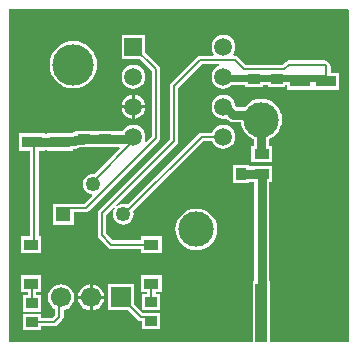
<source format=gbl>
G04*
G04 #@! TF.GenerationSoftware,Altium Limited,Altium Designer,20.1.11 (218)*
G04*
G04 Layer_Physical_Order=2*
G04 Layer_Color=16711680*
%FSLAX25Y25*%
%MOIN*%
G70*
G04*
G04 #@! TF.SameCoordinates,BE0D8867-63C8-4494-B9D0-45761BAC08B1*
G04*
G04*
G04 #@! TF.FilePolarity,Positive*
G04*
G01*
G75*
%ADD11C,0.02362*%
%ADD12C,0.00787*%
%ADD22R,0.05512X0.19685*%
%ADD23C,0.11811*%
%ADD24R,0.06693X0.06693*%
%ADD25C,0.06693*%
%ADD26C,0.13780*%
%ADD27R,0.04921X0.04921*%
%ADD28C,0.04921*%
%ADD29C,0.05906*%
%ADD30R,0.05906X0.05906*%
%ADD31R,0.03543X0.03937*%
%ADD32R,0.05118X0.03347*%
%ADD33R,0.03937X0.19685*%
%ADD34R,0.06693X0.03740*%
%ADD35R,0.03937X0.03543*%
%ADD36R,0.04803X0.03602*%
%ADD37C,0.03150*%
G36*
X349606Y444882D02*
Y334252D01*
X323517D01*
Y354583D01*
X323183D01*
Y387506D01*
X324183D01*
Y392852D01*
X317065D01*
Y392776D01*
X316489D01*
Y393147D01*
X310946D01*
Y387210D01*
X316489D01*
Y387582D01*
X317065D01*
Y387506D01*
X317989D01*
Y354583D01*
X317580D01*
Y334252D01*
X236221D01*
Y445276D01*
X349213D01*
X349606Y444882D01*
D02*
G37*
%LPC*%
G36*
X257835Y434503D02*
X256288Y434350D01*
X254801Y433899D01*
X253430Y433167D01*
X252229Y432181D01*
X251243Y430979D01*
X250510Y429609D01*
X250059Y428122D01*
X249907Y426575D01*
X250059Y425028D01*
X250510Y423541D01*
X251243Y422170D01*
X252229Y420969D01*
X253430Y419983D01*
X254801Y419250D01*
X256288Y418799D01*
X257835Y418647D01*
X259381Y418799D01*
X260869Y419250D01*
X262239Y419983D01*
X263440Y420969D01*
X264426Y422170D01*
X265159Y423541D01*
X265610Y425028D01*
X265763Y426575D01*
X265610Y428122D01*
X265159Y429609D01*
X264426Y430979D01*
X263440Y432181D01*
X262239Y433167D01*
X260869Y433899D01*
X259381Y434350D01*
X257835Y434503D01*
D02*
G37*
G36*
X277874Y426507D02*
X276842Y426371D01*
X275881Y425972D01*
X275055Y425339D01*
X274421Y424513D01*
X274023Y423552D01*
X273887Y422520D01*
X274023Y421488D01*
X274421Y420526D01*
X275055Y419700D01*
X275881Y419067D01*
X276842Y418669D01*
X277874Y418533D01*
X278906Y418669D01*
X279868Y419067D01*
X280693Y419700D01*
X281327Y420526D01*
X281725Y421488D01*
X281861Y422520D01*
X281725Y423552D01*
X281327Y424513D01*
X280693Y425339D01*
X279868Y425972D01*
X278906Y426371D01*
X277874Y426507D01*
D02*
G37*
G36*
X307874Y436507D02*
X306842Y436371D01*
X305881Y435972D01*
X305055Y435339D01*
X304421Y434513D01*
X304023Y433552D01*
X303887Y432520D01*
X304023Y431488D01*
X304421Y430526D01*
X304771Y430071D01*
X304524Y429571D01*
X300197D01*
X299653Y429462D01*
X299192Y429154D01*
X290334Y420296D01*
X290026Y419835D01*
X289918Y419291D01*
Y401691D01*
X266318Y378091D01*
X266010Y377630D01*
X265902Y377087D01*
Y369685D01*
X266010Y369141D01*
X266318Y368680D01*
X269468Y365531D01*
X269929Y365223D01*
X270472Y365114D01*
X280417D01*
Y363685D01*
X287221D01*
Y369287D01*
X280417D01*
Y367956D01*
X271061D01*
X268744Y370274D01*
Y376498D01*
X271269Y379023D01*
X271645Y378692D01*
X271465Y378458D01*
X271117Y377616D01*
X270998Y376713D01*
X271117Y375809D01*
X271465Y374967D01*
X272020Y374244D01*
X272743Y373690D01*
X273585Y373341D01*
X274488Y373222D01*
X275392Y373341D01*
X276233Y373690D01*
X276956Y374244D01*
X277511Y374967D01*
X277860Y375809D01*
X277979Y376713D01*
X277860Y377616D01*
X277800Y377759D01*
X301140Y401099D01*
X304184D01*
X304421Y400526D01*
X305055Y399700D01*
X305881Y399067D01*
X306842Y398669D01*
X307874Y398533D01*
X308906Y398669D01*
X309868Y399067D01*
X310693Y399700D01*
X311327Y400526D01*
X311725Y401488D01*
X311861Y402520D01*
X311725Y403551D01*
X311327Y404513D01*
X310693Y405339D01*
X309868Y405972D01*
X308906Y406371D01*
X307874Y406506D01*
X306842Y406371D01*
X305881Y405972D01*
X305055Y405339D01*
X304421Y404513D01*
X304184Y403941D01*
X300551D01*
X300007Y403832D01*
X299546Y403524D01*
X275897Y379875D01*
X275392Y380084D01*
X274488Y380203D01*
X273585Y380084D01*
X272743Y379735D01*
X272508Y379556D01*
X272178Y379932D01*
X292343Y400098D01*
X292651Y400559D01*
X292760Y401102D01*
Y418703D01*
X300785Y426729D01*
X306400D01*
X306499Y426229D01*
X305881Y425972D01*
X305055Y425339D01*
X304421Y424513D01*
X304023Y423552D01*
X303887Y422520D01*
X304023Y421488D01*
X304421Y420526D01*
X305055Y419700D01*
X305881Y419067D01*
X306842Y418669D01*
X307874Y418533D01*
X308906Y418669D01*
X309868Y419067D01*
X310693Y419700D01*
X310742Y419764D01*
X315217D01*
Y419079D01*
X321153D01*
Y419764D01*
X322599D01*
Y419079D01*
X328536D01*
Y419764D01*
X329112D01*
Y418193D01*
X346483D01*
Y420013D01*
X346511Y420151D01*
X346483Y420288D01*
Y423933D01*
X343558D01*
Y426043D01*
X343450Y426587D01*
X343142Y427048D01*
X342610Y427580D01*
X342149Y427888D01*
X341605Y427996D01*
X329704D01*
X329160Y427888D01*
X328699Y427580D01*
X327525Y426405D01*
X315368D01*
X312619Y429154D01*
X312158Y429462D01*
X311614Y429571D01*
X311224D01*
X310977Y430071D01*
X311327Y430526D01*
X311725Y431488D01*
X311861Y432520D01*
X311725Y433552D01*
X311327Y434513D01*
X310693Y435339D01*
X309868Y435972D01*
X308906Y436371D01*
X307874Y436507D01*
D02*
G37*
G36*
X278374Y416441D02*
Y413020D01*
X281795D01*
X281725Y413552D01*
X281327Y414513D01*
X280693Y415339D01*
X279868Y415972D01*
X278906Y416371D01*
X278374Y416441D01*
D02*
G37*
G36*
X277374D02*
X276842Y416371D01*
X275881Y415972D01*
X275055Y415339D01*
X274421Y414513D01*
X274023Y413552D01*
X273953Y413020D01*
X277374D01*
Y416441D01*
D02*
G37*
G36*
X281795Y412020D02*
X278374D01*
Y408599D01*
X278906Y408669D01*
X279868Y409067D01*
X280693Y409700D01*
X281327Y410526D01*
X281725Y411488D01*
X281795Y412020D01*
D02*
G37*
G36*
X277374D02*
X273953D01*
X274023Y411488D01*
X274421Y410526D01*
X275055Y409700D01*
X275881Y409067D01*
X276842Y408669D01*
X277374Y408599D01*
Y412020D01*
D02*
G37*
G36*
X281827Y436472D02*
X273921D01*
Y428567D01*
X279817D01*
X283973Y424411D01*
Y402756D01*
X281956Y400739D01*
X281532Y401023D01*
X281725Y401488D01*
X281861Y402520D01*
X281725Y403551D01*
X281327Y404513D01*
X280693Y405339D01*
X279868Y405972D01*
X278906Y406371D01*
X277874Y406506D01*
X276842Y406371D01*
X275881Y405972D01*
X275055Y405339D01*
X274421Y404513D01*
X274361Y404369D01*
X271433D01*
Y404543D01*
X265496D01*
Y404369D01*
X264330D01*
Y404543D01*
X261530D01*
X261361Y404565D01*
X261192Y404543D01*
X258393D01*
Y404142D01*
X257950Y404083D01*
X257324Y403824D01*
X257136Y403680D01*
X253766D01*
X253597Y403657D01*
X249124D01*
Y403384D01*
X248441D01*
Y403657D01*
X239748D01*
Y397917D01*
X243461D01*
Y369287D01*
X240260D01*
Y363685D01*
X247063D01*
Y369287D01*
X246303D01*
Y397917D01*
X248441D01*
Y398190D01*
X249124D01*
Y397917D01*
X257817D01*
Y398486D01*
X258130D01*
X258802Y398574D01*
X259428Y398834D01*
X259616Y398978D01*
X260967D01*
X261136Y399000D01*
X264330D01*
Y399175D01*
X265496D01*
Y399000D01*
X271433D01*
Y399175D01*
X273169D01*
X273360Y398713D01*
X264808Y390161D01*
X264488Y390203D01*
X263585Y390084D01*
X262743Y389735D01*
X262020Y389181D01*
X261465Y388458D01*
X261117Y387616D01*
X260998Y386713D01*
X261117Y385809D01*
X261465Y384967D01*
X262020Y384244D01*
X262743Y383690D01*
X263585Y383341D01*
X263884Y383302D01*
X264045Y382828D01*
X261417Y380201D01*
X256555D01*
X256418Y380173D01*
X251028D01*
Y373252D01*
X257949D01*
Y377359D01*
X262006D01*
X262550Y377467D01*
X263011Y377775D01*
X286399Y401162D01*
X286706Y401623D01*
X286815Y402167D01*
Y425000D01*
X286706Y425544D01*
X286399Y426005D01*
X281827Y430577D01*
Y436472D01*
D02*
G37*
G36*
X307874Y416506D02*
X306842Y416371D01*
X305881Y415972D01*
X305055Y415339D01*
X304421Y414513D01*
X304023Y413552D01*
X303887Y412520D01*
X304023Y411488D01*
X304421Y410526D01*
X305055Y409700D01*
X305881Y409067D01*
X306842Y408669D01*
X307874Y408533D01*
X308811Y408656D01*
X309378Y408089D01*
X309916Y407676D01*
X310542Y407416D01*
X311214Y407328D01*
X313626D01*
X313667Y406914D01*
X314062Y405612D01*
X314703Y404413D01*
X315566Y403361D01*
X316617Y402498D01*
X317817Y401857D01*
X317951Y401816D01*
Y399545D01*
X317065D01*
Y394198D01*
X324183D01*
Y399545D01*
X323145D01*
Y401866D01*
X324327Y402498D01*
X325379Y403361D01*
X326242Y404413D01*
X326883Y405612D01*
X327278Y406914D01*
X327411Y408268D01*
X327278Y409621D01*
X326883Y410923D01*
X326242Y412123D01*
X325379Y413174D01*
X324327Y414037D01*
X323128Y414678D01*
X321826Y415073D01*
X320472Y415207D01*
X319119Y415073D01*
X317817Y414678D01*
X316617Y414037D01*
X315566Y413174D01*
X315031Y412522D01*
X312290D01*
X311795Y413017D01*
X311725Y413552D01*
X311327Y414513D01*
X310693Y415339D01*
X309868Y415972D01*
X308906Y416371D01*
X307874Y416506D01*
D02*
G37*
G36*
X298819Y378592D02*
X297465Y378459D01*
X296164Y378064D01*
X294964Y377423D01*
X293912Y376560D01*
X293049Y375509D01*
X292408Y374309D01*
X292013Y373007D01*
X291880Y371654D01*
X292013Y370300D01*
X292408Y368998D01*
X293049Y367798D01*
X293912Y366747D01*
X294964Y365884D01*
X296164Y365243D01*
X297465Y364848D01*
X298819Y364715D01*
X300173Y364848D01*
X301474Y365243D01*
X302674Y365884D01*
X303726Y366747D01*
X304588Y367798D01*
X305230Y368998D01*
X305625Y370300D01*
X305758Y371654D01*
X305625Y373007D01*
X305230Y374309D01*
X304588Y375509D01*
X303726Y376560D01*
X302674Y377423D01*
X301474Y378064D01*
X300173Y378459D01*
X298819Y378592D01*
D02*
G37*
G36*
X264240Y353334D02*
Y349516D01*
X268058D01*
X267975Y350150D01*
X267537Y351208D01*
X266840Y352116D01*
X265932Y352812D01*
X264875Y353250D01*
X264240Y353334D01*
D02*
G37*
G36*
X263240Y353334D02*
X262606Y353250D01*
X261548Y352812D01*
X260640Y352116D01*
X259944Y351208D01*
X259506Y350150D01*
X259422Y349516D01*
X263240D01*
Y353334D01*
D02*
G37*
G36*
Y348516D02*
X259422D01*
X259506Y347881D01*
X259944Y346824D01*
X260640Y345916D01*
X261548Y345219D01*
X262606Y344781D01*
X263240Y344698D01*
Y348516D01*
D02*
G37*
G36*
X268058D02*
X264240D01*
Y344698D01*
X264875Y344781D01*
X265932Y345219D01*
X266840Y345916D01*
X267537Y346824D01*
X267975Y347881D01*
X268058Y348516D01*
D02*
G37*
G36*
X287221Y356394D02*
X280417D01*
Y350791D01*
X282398D01*
Y350213D01*
X280850D01*
Y344669D01*
X286787D01*
Y350213D01*
X285240D01*
Y350791D01*
X287221D01*
Y356394D01*
D02*
G37*
G36*
X247063D02*
X240260D01*
Y350791D01*
X242634D01*
Y349819D01*
X241087D01*
Y344276D01*
X247024D01*
Y349819D01*
X245476D01*
Y350791D01*
X247063D01*
Y356394D01*
D02*
G37*
G36*
X253740Y353400D02*
X252606Y353250D01*
X251548Y352812D01*
X250640Y352116D01*
X249944Y351208D01*
X249506Y350150D01*
X249356Y349016D01*
X249506Y347881D01*
X249944Y346824D01*
X250640Y345916D01*
X251548Y345219D01*
X251754Y345134D01*
Y343108D01*
X250815Y342169D01*
X247024D01*
Y343520D01*
X241087D01*
Y337976D01*
X247024D01*
Y339327D01*
X251404D01*
X251947Y339435D01*
X252408Y339743D01*
X254180Y341515D01*
X254488Y341976D01*
X254596Y342520D01*
Y344744D01*
X254875Y344781D01*
X255932Y345219D01*
X256840Y345916D01*
X257537Y346824D01*
X257975Y347881D01*
X258124Y349016D01*
X257975Y350150D01*
X257537Y351208D01*
X256840Y352116D01*
X255932Y352812D01*
X254875Y353250D01*
X253740Y353400D01*
D02*
G37*
G36*
X278087Y353362D02*
X269394D01*
Y344669D01*
X276077D01*
X279231Y341515D01*
X279692Y341207D01*
X280236Y341099D01*
X280850D01*
Y338370D01*
X286787D01*
Y343913D01*
X282578D01*
X282441Y343941D01*
X280825D01*
X278087Y346679D01*
Y353362D01*
D02*
G37*
%LPD*%
D11*
X318185Y421988D02*
X325568D01*
X308405D02*
X318185D01*
X333459D02*
X341605D01*
X325568D02*
X333459D01*
X307874Y422520D02*
X308405Y421988D01*
D12*
X244882Y367707D02*
Y400000D01*
X243661Y366486D02*
X244882Y367707D01*
X291339Y401102D02*
Y419291D01*
X300197Y428150D02*
X311614D01*
X291339Y419291D02*
X300197Y428150D01*
X267323Y377087D02*
X291339Y401102D01*
X274488Y376713D02*
X274744D01*
X300551Y402520D02*
X307874D01*
X274744Y376713D02*
X300551Y402520D01*
X311614Y428150D02*
X314780Y424984D01*
X328114D01*
X342137Y420472D02*
X342752D01*
X342137Y421457D02*
Y426043D01*
Y421063D02*
Y421457D01*
X328114Y424984D02*
X329704Y426575D01*
X341605D01*
X342137Y426043D01*
X341605Y421988D02*
X342137Y421457D01*
Y421063D02*
X342358D01*
X343268Y421972D01*
X267323Y369685D02*
Y377087D01*
Y369685D02*
X270472Y366535D01*
X283770D01*
X283819Y366486D01*
X244094Y411811D02*
X244882D01*
X244055Y347047D02*
Y353199D01*
X243661Y353592D02*
X244055Y353199D01*
X253175Y348451D02*
X253740Y349016D01*
X253175Y342520D02*
Y348451D01*
X244055Y340748D02*
X251404D01*
X253175Y342520D01*
X283819Y347441D02*
Y353592D01*
X273740Y349016D02*
X280236Y342520D01*
X282441D01*
X283819Y341142D01*
X343268Y421972D02*
X345090Y420151D01*
X342752Y420472D02*
X343268Y420988D01*
X264919Y388262D02*
X277404Y400747D01*
X262006Y378780D02*
X285394Y402167D01*
X256555Y378780D02*
X262006D01*
X285394Y402167D02*
Y425000D01*
X277874Y432520D02*
X285394Y425000D01*
X254488Y376713D02*
X256555Y378780D01*
D22*
X303816Y343740D02*
D03*
X337281D02*
D03*
D23*
X298819Y371654D02*
D03*
X320472Y408268D02*
D03*
D24*
X273740Y349016D02*
D03*
D25*
X263740D02*
D03*
X253740D02*
D03*
D26*
X257835Y426575D02*
D03*
D27*
X254488Y376713D02*
D03*
D28*
X264488Y386713D02*
D03*
X274488Y376713D02*
D03*
D29*
X307874Y402520D02*
D03*
Y412520D02*
D03*
Y422520D02*
D03*
Y432520D02*
D03*
X277874Y402520D02*
D03*
Y412520D02*
D03*
Y422520D02*
D03*
X299606Y390158D02*
D03*
X244094Y418898D02*
D03*
X322047Y437402D02*
D03*
D30*
X277874Y432520D02*
D03*
D31*
X313718Y390179D02*
D03*
X307418D02*
D03*
D32*
X320624D02*
D03*
Y396872D02*
D03*
D33*
X320548Y343740D02*
D03*
D34*
X342137Y432087D02*
D03*
Y421063D02*
D03*
X333459Y432087D02*
D03*
Y421063D02*
D03*
X244094Y411811D02*
D03*
Y400787D02*
D03*
X253470Y411811D02*
D03*
Y400787D02*
D03*
D35*
X325568Y428150D02*
D03*
Y421850D02*
D03*
X318185Y428150D02*
D03*
Y421850D02*
D03*
X261361Y408071D02*
D03*
Y401772D02*
D03*
X268465Y408071D02*
D03*
Y401772D02*
D03*
X283819Y347441D02*
D03*
Y341142D02*
D03*
X244055Y347047D02*
D03*
Y340748D02*
D03*
D36*
X283819Y366486D02*
D03*
Y353592D02*
D03*
X243661Y366486D02*
D03*
Y353592D02*
D03*
D37*
X244094Y400787D02*
X253470D01*
X320548Y390179D02*
X320586Y390141D01*
X313718Y390179D02*
X320548D01*
X320586Y343778D02*
Y390141D01*
X320548Y343740D02*
X320586Y343778D01*
X320472Y408268D02*
X320548Y408192D01*
Y396947D02*
Y408192D01*
Y396947D02*
X320624Y396872D01*
X311214Y409925D02*
X318980D01*
X308620Y412520D02*
X311214Y409925D01*
X307874Y412520D02*
X308620D01*
X253470Y400787D02*
X253766Y401083D01*
X258130D01*
X260967Y401575D02*
X261361Y401968D01*
X258622Y401575D02*
X260967D01*
X258130Y401083D02*
X258622Y401575D01*
X261361Y401772D02*
X268465D01*
X264488Y386713D02*
X264827Y387052D01*
X268465Y401772D02*
X276380D01*
X277128Y402520D01*
X277874D01*
X307347Y411992D02*
X307874Y412520D01*
M02*

</source>
